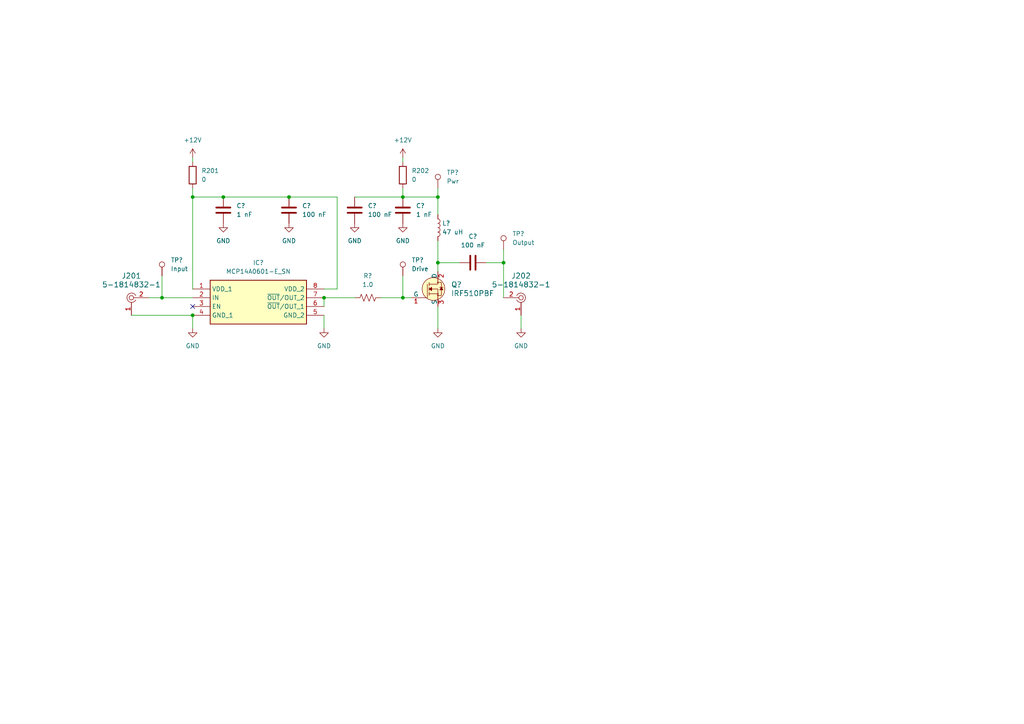
<source format=kicad_sch>
(kicad_sch (version 20230121) (generator eeschema)
  (paper "A4")
  (lib_symbols
    (symbol "Connector:TestPoint" (pin_numbers hide) (pin_names (offset 0.762) hide)
      (property "Reference" "TP" (at 0 6.858 0))
      (property "Value" "TestPoint" (at 0 5.08 0))
      (symbol "TestPoint_0_1"
        (circle (center 0 3.302) (radius 0.762))
      )
      (symbol "TestPoint_1_1"
        (pin passive line (at 0 0 90) (length 2.54) (name "1") (number "1"))
      )
    )
    (symbol "Device:C" (pin_numbers hide) (pin_names (offset 0.254))
      (property "Reference" "C" (at 0.635 2.54 0))
      (property "Value" "C" (at 0.635 -2.54 0))
      (symbol "C_0_1"
        (polyline (pts (xy -2.032 -0.762) (xy 2.032 -0.762)) (stroke (width 0.508)))
        (polyline (pts (xy -2.032 0.762) (xy 2.032 0.762)) (stroke (width 0.508)))
      )
      (symbol "C_1_1"
        (pin passive line (at 0 3.81 270) (length 2.794) (name "~") (number "1"))
        (pin passive line (at 0 -3.81 90) (length 2.794) (name "~") (number "2"))
      )
    )
    (symbol "Device:L" (pin_numbers hide) (pin_names (offset 1.016) hide)
      (property "Reference" "L" (at -1.27 0 90))
      (property "Value" "L" (at 1.905 0 90))
      (symbol "L_0_1"
        (arc (start 0 -2.54) (mid 0.6323 -1.905) (end 0 -1.27))
        (arc (start 0 -1.27) (mid 0.6323 -0.635) (end 0 0))
        (arc (start 0 0) (mid 0.6323 0.635) (end 0 1.27))
        (arc (start 0 1.27) (mid 0.6323 1.905) (end 0 2.54))
      )
      (symbol "L_1_1"
        (pin passive line (at 0 3.81 270) (length 1.27) (name "1") (number "1"))
        (pin passive line (at 0 -3.81 90) (length 1.27) (name "2") (number "2"))
      )
    )
    (symbol "Device:R" (pin_numbers hide) (pin_names (offset 0))
      (property "Reference" "R" (at 2.032 0 90))
      (property "Value" "R" (at 0 0 90))
      (symbol "R_0_1"
        (rectangle (start -1.016 -2.54) (end 1.016 2.54) (stroke (width 0.254)))
      )
      (symbol "R_1_1"
        (pin passive line (at 0 3.81 270) (length 1.27) (name "~") (number "1"))
        (pin passive line (at 0 -3.81 90) (length 1.27) (name "~") (number "2"))
      )
    )
    (symbol "Device:R_US" (pin_numbers hide) (pin_names (offset 0))
      (property "Reference" "R" (at 2.54 0 90))
      (property "Value" "R_US" (at -2.54 0 90))
      (symbol "R_US_0_1"
        (polyline (pts (xy 0 -2.286) (xy 0 -2.54)))
        (polyline (pts (xy 0 2.286) (xy 0 2.54)))
        (polyline (pts (xy 0 -0.762) (xy 1.016 -1.143) (xy 0 -1.524) (xy -1.016 -1.905) (xy 0 -2.286)))
        (polyline (pts (xy 0 0.762) (xy 1.016 0.381) (xy 0 0) (xy -1.016 -0.381) (xy 0 -0.762)))
        (polyline (pts (xy 0 2.286) (xy 1.016 1.905) (xy 0 1.524) (xy -1.016 1.143) (xy 0 0.762)))
      )
      (symbol "R_US_1_1"
        (pin passive line (at 0 3.81 270) (length 1.27) (name "~") (number "1"))
        (pin passive line (at 0 -3.81 90) (length 1.27) (name "~") (number "2"))
      )
    )
    (symbol "MCP14A0601-E_SN:MCP14A0601-E_SN"
      (property "Reference" "IC" (at 34.29 7.62 0))
      (property "Value" "MCP14A0601-E_SN" (at 34.29 5.08 0))
      (symbol "MCP14A0601-E_SN_1_1"
        (rectangle (start 5.08 2.54) (end 33.02 -10.16) (stroke (width 0.254)) (fill (type background)))
        (pin passive line (at 0 0 0) (length 5.08) (name "VDD_1") (number "1"))
        (pin passive line (at 0 -2.54 0) (length 5.08) (name "IN") (number "2"))
        (pin passive line (at 0 -5.08 0) (length 5.08) (name "EN") (number "3"))
        (pin passive line (at 0 -7.62 0) (length 5.08) (name "GND_1") (number "4"))
        (pin passive line (at 38.1 -7.62 180) (length 5.08) (name "GND_2") (number "5"))
        (pin passive line (at 38.1 -5.08 180) (length 5.08) (name "~{OUT}/OUT_1") (number "6"))
        (pin passive line (at 38.1 -2.54 180) (length 5.08) (name "~{OUT}/OUT_2") (number "7"))
        (pin passive line (at 38.1 0 180) (length 5.08) (name "VDD_2") (number "8"))
      )
    )
    (symbol "dk_Coaxial-Connectors-RF:5-1814832-1" (pin_names (offset 1.016))
      (property "Reference" "J" (at -2.54 1.27 0))
      (property "Value" "5-1814832-1" (at 1.27 -2.54 0))
      (symbol "5-1814832-1_0_1"
        (arc (start -1.27 0) (mid -0.2651 -1.3081) (end 1.27 -0.635))
        (circle (center 0 0) (radius 0.635))
        (arc (start 1.27 0.635) (mid -0.2496 1.3256) (end -1.27 0))
      )
      (symbol "5-1814832-1_1_1"
        (pin passive line (at 0 -5.08 90) (length 3.683) (name "~") (number "1"))
        (pin passive line (at 5.08 0 180) (length 4.445) (name "~") (number "2"))
      )
    )
    (symbol "dk_Transistors-FETs-MOSFETs-Single:IRF510PBF" (pin_names (offset 0))
      (property "Reference" "Q" (at -2.6924 3.6322 0))
      (property "Value" "IRF510PBF" (at 3.4544 0 90))
      (symbol "IRF510PBF_0_1"
        (circle (center -1.27 0) (radius 3.302) (fill (type background)))
        (circle (center 0 -1.905) (radius 0.127))
        (circle (center 0 -1.397) (radius 0.127))
        (polyline (pts (xy 0 -1.397) (xy -2.54 -1.397)))
        (polyline (pts (xy -5.08 -2.54) (xy -3.048 -2.54) (xy -3.048 1.397)))
        (polyline (pts (xy 0 -2.54) (xy 0 0) (xy -2.54 0)))
        (polyline (pts (xy 0 2.54) (xy 0 1.397) (xy -2.54 1.397)))
        (polyline (pts (xy -0.127 -1.905) (xy 1.016 -1.905) (xy 1.016 1.397) (xy 1.016 1.905) (xy -0.127 1.905)))
        (circle (center 0 1.905) (radius 0.127))
      )
      (symbol "IRF510PBF_1_1"
        (polyline (pts (xy -2.54 -1.397) (xy -2.54 -1.905)))
        (polyline (pts (xy -2.54 -1.397) (xy -2.54 -0.889)))
        (polyline (pts (xy -2.54 0) (xy -2.54 -0.508)))
        (polyline (pts (xy -2.54 0) (xy -2.54 0.508)))
        (polyline (pts (xy -2.54 1.905) (xy -2.54 0.889)))
        (polyline (pts (xy 1.524 0.508) (xy 0.508 0.508)))
        (polyline (pts (xy -2.54 0) (xy -1.778 0.508) (xy -1.778 -0.508) (xy -2.54 0)) (fill (type outline)))
        (polyline (pts (xy 1.016 0.508) (xy 0.508 -0.254) (xy 1.524 -0.254) (xy 1.016 0.508)) (fill (type outline)))
        (pin bidirectional line (at -7.62 -2.54 0) (length 2.54) (name "G") (number "1"))
        (pin bidirectional line (at 0 5.08 270) (length 2.54) (name "D") (number "2"))
        (pin bidirectional line (at 0 -5.08 90) (length 2.54) (name "S") (number "3"))
      )
    )
    (symbol "power:+12V" (power) (pin_names (offset 0))
      (property "Value" "+12V" (at 0 3.556 0))
      (symbol "+12V_0_1"
        (polyline (pts (xy -0.762 1.27) (xy 0 2.54)))
        (polyline (pts (xy 0 0) (xy 0 2.54)))
        (polyline (pts (xy 0 2.54) (xy 0.762 1.27)))
      )
      (symbol "+12V_1_1"
        (pin power_in line (at 0 0 90) (length 0) hide (name "+12V") (number "1"))
      )
    )
    (symbol "power:GND" (power) (pin_names (offset 0))
      (property "Value" "GND" (at 0 -3.81 0))
      (symbol "GND_0_1"
        (polyline (pts (xy 0 0) (xy 0 -1.27) (xy 1.27 -1.27) (xy 0 -2.54) (xy -1.27 -1.27) (xy 0 -1.27)))
      )
      (symbol "GND_1_1"
        (pin power_in line (at 0 0 270) (length 0) hide (name "GND") (number "1"))
      )
    )
  )
  (junction (at 55.88 57.15))
  (junction (at 93.98 86.36))
  (junction (at 127 76.2))
  (junction (at 127 57.15))
  (junction (at 64.77 57.15))
  (junction (at 146.05 76.2))
  (junction (at 55.88 91.44))
  (junction (at 46.99 86.36))
  (junction (at 83.82 57.15))
  (junction (at 116.84 86.36))
  (junction (at 116.84 57.15))
  (no_connect (at 55.88 88.9))
  (wire (pts (xy 116.84 45.72) (xy 116.84 46.99)))
  (wire (pts (xy 116.84 80.01) (xy 116.84 86.36)))
  (wire (pts (xy 55.88 57.15) (xy 64.77 57.15)))
  (wire (pts (xy 83.82 57.15) (xy 97.79 57.15)))
  (wire (pts (xy 46.99 86.36) (xy 55.88 86.36)))
  (wire (pts (xy 55.88 57.15) (xy 55.88 83.82)))
  (wire (pts (xy 97.79 83.82) (xy 93.98 83.82)))
  (wire (pts (xy 97.79 83.82) (xy 97.79 57.15)))
  (wire (pts (xy 102.87 86.36) (xy 93.98 86.36)))
  (wire (pts (xy 102.87 57.15) (xy 116.84 57.15)))
  (wire (pts (xy 116.84 86.36) (xy 119.38 86.36)))
  (wire (pts (xy 127 76.2) (xy 133.35 76.2)))
  (wire (pts (xy 64.77 57.15) (xy 83.82 57.15)))
  (wire (pts (xy 55.88 45.72) (xy 55.88 46.99)))
  (wire (pts (xy 151.13 95.25) (xy 151.13 91.44)))
  (wire (pts (xy 43.18 86.36) (xy 46.99 86.36)))
  (wire (pts (xy 127 76.2) (xy 127 78.74)))
  (wire (pts (xy 146.05 76.2) (xy 146.05 86.36)))
  (wire (pts (xy 146.05 72.39) (xy 146.05 76.2)))
  (wire (pts (xy 116.84 54.61) (xy 116.84 57.15)))
  (wire (pts (xy 127 57.15) (xy 127 62.23)))
  (wire (pts (xy 93.98 95.25) (xy 93.98 91.44)))
  (wire (pts (xy 127 54.61) (xy 127 57.15)))
  (wire (pts (xy 38.1 91.44) (xy 55.88 91.44)))
  (wire (pts (xy 46.99 80.01) (xy 46.99 86.36)))
  (wire (pts (xy 55.88 95.25) (xy 55.88 91.44)))
  (wire (pts (xy 55.88 54.61) (xy 55.88 57.15)))
  (wire (pts (xy 127 95.25) (xy 127 88.9)))
  (wire (pts (xy 93.98 86.36) (xy 93.98 88.9)))
  (wire (pts (xy 127 69.85) (xy 127 76.2)))
  (wire (pts (xy 140.97 76.2) (xy 146.05 76.2)))
  (wire (pts (xy 110.49 86.36) (xy 116.84 86.36)))
  (wire (pts (xy 116.84 57.15) (xy 127 57.15)))
  (symbol (lib_id "Device:C") (at 64.77 60.96 0) (unit 1)
    (property "Reference" "C?" (at 68.58 59.69 0) (effects (justify left)))
    (property "Value" "1 nF" (at 68.58 62.23 0) (effects (justify left)))
    (property "Footprint" "Capacitor_SMD:C_0805_2012Metric" (effects hide))
    (property "Datasheet" "https://www.digikey.com/en/products/detail/kemet/C0805C102K5RAC7800/411146" (effects hide))
    (property "PartNo" "C0805C102K5RAC7800" (effects hide))
    (instances (project "RFPowerAmp" (path "" (reference "C?") (unit 1)) (path "" (reference "C201") (unit 1))) (project "Breadboard" (path "" (reference "C3") (unit 1))))
  )
  (symbol (lib_id "Device:R") (at 55.88 50.8 0) (unit 1)
    (property "Reference" "R201" (at 58.42 49.53 0) (effects (justify left)))
    (property "Value" "0" (at 58.42 52.07 0) (effects (justify left)))
    (property "Footprint" "Resistor_THT:R_Axial_DIN0309_L9.0mm_D3.2mm_P12.70mm_Horizontal" (effects hide))
  )
  (symbol (lib_id "power:GND") (at 55.88 95.25 0) (unit 1)
    (property "Reference" "#PWR?" (effects hide))
    (property "Value" "GND" (at 55.88 100.33 0))
    (instances (project "RFPowerAmp" (path "" (reference "#PWR?") (unit 1)) (path "" (reference "#PWR02") (unit 1))) (project "Breadboard" (path "" (reference "#PWR03") (unit 1))))
  )
  (symbol (lib_id "power:GND") (at 102.87 64.77 0) (unit 1)
    (property "Reference" "#PWR?" (effects hide))
    (property "Value" "GND" (at 102.87 69.85 0))
    (instances (project "RFPowerAmp" (path "" (reference "#PWR?") (unit 1)) (path "" (reference "#PWR08") (unit 1))) (project "Breadboard" (path "" (reference "#PWR08") (unit 1))))
  )
  (symbol (lib_id "dk_Coaxial-Connectors-RF:5-1814832-1") (at 38.1 86.36 0) (unit 1)
    (property "Reference" "J201" (at 38.0999 80.01 0) (effects (font (size 1.524 1.524))))
    (property "Value" "5-1814832-1" (at 38.0999 82.55 0) (effects (font (size 1.524 1.524))))
    (property "Footprint" "digikey-footprints:RF_SMA_Vertical_5-1814832-1" (effects hide))
    (property "Datasheet" "https://www.te.com/commerce/DocumentDelivery/DDEController?Action=srchrtrv&DocNm=1814832&DocType=Customer+Drawing&DocLang=English" (effects hide))
    (property "Digi-Key_PN" "A97594-ND" (effects hide))
    (property "MPN" "5-1814832-1" (effects hide))
    (property "Category" "Connectors, Interconnects" (effects hide))
    (property "Family" "Coaxial Connectors (RF)" (effects hide))
    (property "DK_Datasheet_Link" "https://www.te.com/commerce/DocumentDelivery/DDEController?Action=srchrtrv&DocNm=1814832&DocType=Customer+Drawing&DocLang=English" (effects hide))
    (property "DK_Detail_Page" "/product-detail/en/te-connectivity-amp-connectors/5-1814832-1/A97594-ND/1755982" (effects hide))
    (property "Description" "CONN SMA JACK STR 50 OHM PCB" (effects hide))
    (property "Manufacturer" "TE Connectivity AMP Connectors" (effects hide))
    (property "Status" "Active" (effects hide))
  )
  (symbol (lib_id "Connector:TestPoint") (at 146.05 72.39 0) (unit 1)
    (property "Reference" "TP?" (at 148.59 67.818 0) (effects (justify left)))
    (property "Value" "Output" (at 148.59 70.358 0) (effects (justify left)))
    (property "Footprint" "TestPoint:TestPoint_THTPad_D3.0mm_Drill1.5mm" (effects hide))
    (instances (project "RFPowerAmp" (path "" (reference "TP?") (unit 1)) (path "" (reference "TP203") (unit 1))) (project "Breadboard" (path "" (reference "TP3") (unit 1))))
  )
  (symbol (lib_id "Device:C") (at 102.87 60.96 0) (unit 1)
    (property "Reference" "C?" (at 106.68 59.69 0) (effects (justify left)))
    (property "Value" "100 nF" (at 106.68 62.23 0) (effects (justify left)))
    (property "Footprint" "Capacitor_SMD:C_0805_2012Metric" (effects hide))
    (property "PartNo" "C0805C104K1RAC7800" (effects hide))
    (instances (project "RFPowerAmp" (path "" (reference "C?") (unit 1)) (path "" (reference "C203") (unit 1))) (project "Breadboard" (path "" (reference "C5") (unit 1))))
  )
  (symbol (lib_id "Connector:TestPoint") (at 46.99 80.01 0) (unit 1)
    (property "Reference" "TP?" (at 49.53 75.438 0) (effects (justify left)))
    (property "Value" "Input" (at 49.53 77.978 0) (effects (justify left)))
    (property "Footprint" "TestPoint:TestPoint_THTPad_D3.0mm_Drill1.5mm" (effects hide))
    (instances (project "RFPowerAmp" (path "" (reference "TP?") (unit 1)) (path "" (reference "TP201") (unit 1))) (project "Breadboard" (path "" (reference "TP1") (unit 1))))
  )
  (symbol (lib_id "Device:R_US") (at 106.68 86.36 270) (unit 1)
    (property "Reference" "R?" (at 106.68 80.01 90))
    (property "Value" "1.0" (at 106.68 82.55 90))
    (property "Footprint" "Resistor_SMD:R_0805_2012Metric" (effects hide))
    (instances (project "RFPowerAmp" (path "" (reference "R?") (unit 1)) (path "" (reference "R203") (unit 1))) (project "Breadboard" (path "" (reference "R1") (unit 1))))
  )
  (symbol (lib_id "power:+12V") (at 55.88 45.72 0) (unit 1)
    (property "Reference" "#PWR01" (effects hide))
    (property "Value" "+12V" (at 55.88 40.64 0))
  )
  (symbol (lib_id "Device:R") (at 116.84 50.8 0) (unit 1)
    (property "Reference" "R202" (at 119.38 49.53 0) (effects (justify left)))
    (property "Value" "0" (at 119.38 52.07 0) (effects (justify left)))
    (property "Footprint" "Resistor_THT:R_Axial_DIN0309_L9.0mm_D3.2mm_P12.70mm_Horizontal" (effects hide))
  )
  (symbol (lib_id "power:+12V") (at 116.84 45.72 0) (unit 1)
    (property "Reference" "#PWR021" (effects hide))
    (property "Value" "+12V" (at 116.84 40.64 0))
  )
  (symbol (lib_id "dk_Transistors-FETs-MOSFETs-Single:IRF510PBF") (at 127 83.82 0) (unit 1)
    (property "Reference" "Q?" (at 130.81 82.55 0) (effects (font (size 1.524 1.524)) (justify left)))
    (property "Value" "IRF510PBF" (at 130.81 85.09 0) (effects (font (size 1.524 1.524)) (justify left)))
    (property "Footprint" "digikey-footprints:TO-220-3" (effects hide))
    (property "Datasheet" "http://www.vishay.com/docs/91015/sihf510.pdf" (effects hide))
    (property "Digi-Key_PN" "IRF510PBF-ND" (effects hide))
    (property "MPN" "IRF510PBF" (effects hide))
    (property "Category" "Discrete Semiconductor Products" (effects hide))
    (property "Family" "Transistors - FETs, MOSFETs - Single" (effects hide))
    (property "DK_Datasheet_Link" "http://www.vishay.com/docs/91015/sihf510.pdf" (effects hide))
    (property "DK_Detail_Page" "/product-detail/en/vishay-siliconix/IRF510PBF/IRF510PBF-ND/811710" (effects hide))
    (property "Description" "MOSFET N-CH 100V 5.6A TO-220AB" (effects hide))
    (property "Manufacturer" "Vishay Siliconix" (effects hide))
    (property "Status" "Active" (effects hide))
    (instances (project "RFPowerAmp" (path "" (reference "Q?") (unit 1)) (path "" (reference "Q201") (unit 1))) (project "Breadboard" (path "" (reference "Q1") (unit 1))))
  )
  (symbol (lib_id "power:GND") (at 64.77 64.77 0) (unit 1)
    (property "Reference" "#PWR?" (effects hide))
    (property "Value" "GND" (at 64.77 69.85 0))
    (instances (project "RFPowerAmp" (path "" (reference "#PWR?") (unit 1)) (path "" (reference "#PWR03") (unit 1))) (project "Breadboard" (path "" (reference "#PWR06") (unit 1))))
  )
  (symbol (lib_id "Device:C") (at 137.16 76.2 90) (unit 1)
    (property "Reference" "C?" (at 137.16 68.58 90))
    (property "Value" "100 nF" (at 137.16 71.12 90))
    (property "Footprint" "Capacitor_SMD:C_0805_2012Metric" (effects hide))
    (property "PartNo" "C0805C104K1RAC7800" (effects hide))
    (instances (project "RFPowerAmp" (path "" (reference "C?") (unit 1)) (path "" (reference "C205") (unit 1))) (project "Breadboard" (path "" (reference "C7") (unit 1))))
  )
  (symbol (lib_id "power:GND") (at 93.98 95.25 0) (unit 1)
    (property "Reference" "#PWR?" (effects hide))
    (property "Value" "GND" (at 93.98 100.33 0))
    (instances (project "RFPowerAmp" (path "" (reference "#PWR?") (unit 1)) (path "" (reference "#PWR07") (unit 1))) (project "Breadboard" (path "" (reference "#PWR04") (unit 1))))
  )
  (symbol (lib_id "Device:L") (at 127 66.04 0) (unit 1)
    (property "Reference" "L?" (at 128.27 64.77 0) (effects (justify left)))
    (property "Value" "47 uH" (at 128.27 67.31 0) (effects (justify left)))
    (property "Footprint" "Inductor_THT:L_Toroid_Horizontal_D9.5mm_P15.00mm_Diameter10-5mm_Amidon-T37" (effects hide))
    (property "Notes" "12T on FT37-43" (effects hide))
    (instances (project "RFPowerAmp" (path "" (reference "L?") (unit 1)) (path "" (reference "L201") (unit 1))) (project "Breadboard" (path "" (reference "L1") (unit 1))))
  )
  (symbol (lib_id "Connector:TestPoint") (at 127 54.61 0) (unit 1)
    (property "Reference" "TP?" (at 129.54 50.038 0) (effects (justify left)))
    (property "Value" "Pwr" (at 129.54 52.578 0) (effects (justify left)))
    (property "Footprint" "TestPoint:TestPoint_THTPad_D3.0mm_Drill1.5mm" (effects hide))
    (instances (project "RFPowerAmp" (path "" (reference "TP?") (unit 1)) (path "" (reference "TP204") (unit 1))) (project "Breadboard" (path "" (reference "TP4") (unit 1))))
  )
  (symbol (lib_id "power:GND") (at 83.82 64.77 0) (unit 1)
    (property "Reference" "#PWR?" (effects hide))
    (property "Value" "GND" (at 83.82 69.85 0))
    (instances (project "RFPowerAmp" (path "" (reference "#PWR?") (unit 1)) (path "" (reference "#PWR06") (unit 1))) (project "Breadboard" (path "" (reference "#PWR09") (unit 1))))
  )
  (symbol (lib_id "Connector:TestPoint") (at 116.84 80.01 0) (unit 1)
    (property "Reference" "TP?" (at 119.38 75.438 0) (effects (justify left)))
    (property "Value" "Drive" (at 119.38 77.978 0) (effects (justify left)))
    (property "Footprint" "TestPoint:TestPoint_THTPad_D3.0mm_Drill1.5mm" (effects hide))
    (instances (project "RFPowerAmp" (path "" (reference "TP?") (unit 1)) (path "" (reference "TP202") (unit 1))) (project "Breadboard" (path "" (reference "TP2") (unit 1))))
  )
  (symbol (lib_id "power:GND") (at 116.84 64.77 0) (unit 1)
    (property "Reference" "#PWR?" (effects hide))
    (property "Value" "GND" (at 116.84 69.85 0))
    (instances (project "RFPowerAmp" (path "" (reference "#PWR?") (unit 1)) (path "" (reference "#PWR09") (unit 1))) (project "Breadboard" (path "" (reference "#PWR05") (unit 1))))
  )
  (symbol (lib_id "dk_Coaxial-Connectors-RF:5-1814832-1") (at 151.13 86.36 0) (mirror y) (unit 1)
    (property "Reference" "J202" (at 151.1301 80.01 0) (effects (font (size 1.524 1.524))))
    (property "Value" "5-1814832-1" (at 151.1301 82.55 0) (effects (font (size 1.524 1.524))))
    (property "Footprint" "digikey-footprints:RF_SMA_Vertical_5-1814832-1" (effects hide))
    (property "Datasheet" "https://www.te.com/commerce/DocumentDelivery/DDEController?Action=srchrtrv&DocNm=1814832&DocType=Customer+Drawing&DocLang=English" (effects hide))
    (property "Digi-Key_PN" "A97594-ND" (effects hide))
    (property "MPN" "5-1814832-1" (effects hide))
    (property "Category" "Connectors, Interconnects" (effects hide))
    (property "Family" "Coaxial Connectors (RF)" (effects hide))
    (property "DK_Datasheet_Link" "https://www.te.com/commerce/DocumentDelivery/DDEController?Action=srchrtrv&DocNm=1814832&DocType=Customer+Drawing&DocLang=English" (effects hide))
    (property "DK_Detail_Page" "/product-detail/en/te-connectivity-amp-connectors/5-1814832-1/A97594-ND/1755982" (effects hide))
    (property "Description" "CONN SMA JACK STR 50 OHM PCB" (effects hide))
    (property "Manufacturer" "TE Connectivity AMP Connectors" (effects hide))
    (property "Status" "Active" (effects hide))
  )
  (symbol (lib_id "Device:C") (at 83.82 60.96 0) (unit 1)
    (property "Reference" "C?" (at 87.63 59.69 0) (effects (justify left)))
    (property "Value" "100 nF" (at 87.63 62.23 0) (effects (justify left)))
    (property "Footprint" "Capacitor_SMD:C_0805_2012Metric" (effects hide))
    (property "PartNo" "C0805C104K1RAC7800" (effects hide))
    (instances (project "RFPowerAmp" (path "" (reference "C?") (unit 1)) (path "" (reference "C202") (unit 1))) (project "Breadboard" (path "" (reference "C4") (unit 1))))
  )
  (symbol (lib_id "power:GND") (at 127 95.25 0) (unit 1)
    (property "Reference" "#PWR?" (effects hide))
    (property "Value" "GND" (at 127 100.33 0))
    (instances (project "RFPowerAmp" (path "" (reference "#PWR?") (unit 1)) (path "" (reference "#PWR010") (unit 1))) (project "Breadboard" (path "" (reference "#PWR07") (unit 1))))
  )
  (symbol (lib_id "power:GND") (at 151.13 95.25 0) (unit 1)
    (property "Reference" "#PWR?" (effects hide))
    (property "Value" "GND" (at 151.13 100.33 0))
    (instances (project "RFPowerAmp" (path "" (reference "#PWR?") (unit 1)) (path "" (reference "#PWR011") (unit 1))) (project "Breadboard" (path "" (reference "#PWR010") (unit 1))))
  )
  (symbol (lib_id "MCP14A0601-E_SN:MCP14A0601-E_SN") (at 55.88 83.82 0) (unit 1)
    (property "Reference" "IC?" (at 74.93 76.2 0))
    (property "Value" "MCP14A0601-E_SN" (at 74.93 78.74 0))
    (property "Footprint" "SOIC127P600X175-8N" (effects hide))
    (property "Datasheet" "https://www.arrow.com/en/products/mcp14a0601-esn/microchip-technology" (effects hide))
    (property "Height" "1.75" (effects hide))
    (property "Mouser Part Number" "579-MCP14A0601-E/SN" (effects hide))
    (property "Mouser Price/Stock" "https://www.mouser.co.uk/ProductDetail/Microchip-Technology/MCP14A0601-E-SN?qs=IP4CA2YhK0AgOYVk%252Bovogw%3D%3D" (effects hide))
    (property "Manufacturer_Name" "Microchip" (effects hide))
    (property "Manufacturer_Part_Number" "MCP14A0601-E/SN" (effects hide))
    (instances (project "RFPowerAmp" (path "" (reference "IC?") (unit 1)) (path "" (reference "IC201") (unit 1))) (project "Breadboard" (path "" (reference "IC1") (unit 1))))
  )
  (symbol (lib_id "Device:C") (at 116.84 60.96 0) (unit 1)
    (property "Reference" "C?" (at 120.65 59.69 0) (effects (justify left)))
    (property "Value" "1 nF" (at 120.65 62.23 0) (effects (justify left)))
    (property "Footprint" "Capacitor_SMD:C_0805_2012Metric" (effects hide))
    (property "PartNo" "C0805C102K5RAC7800" (effects hide))
    (instances (project "RFPowerAmp" (path "" (reference "C?") (unit 1)) (path "" (reference "C204") (unit 1))) (project "Breadboard" (path "" (reference "C6") (unit 1))))
  )
)
</source>
